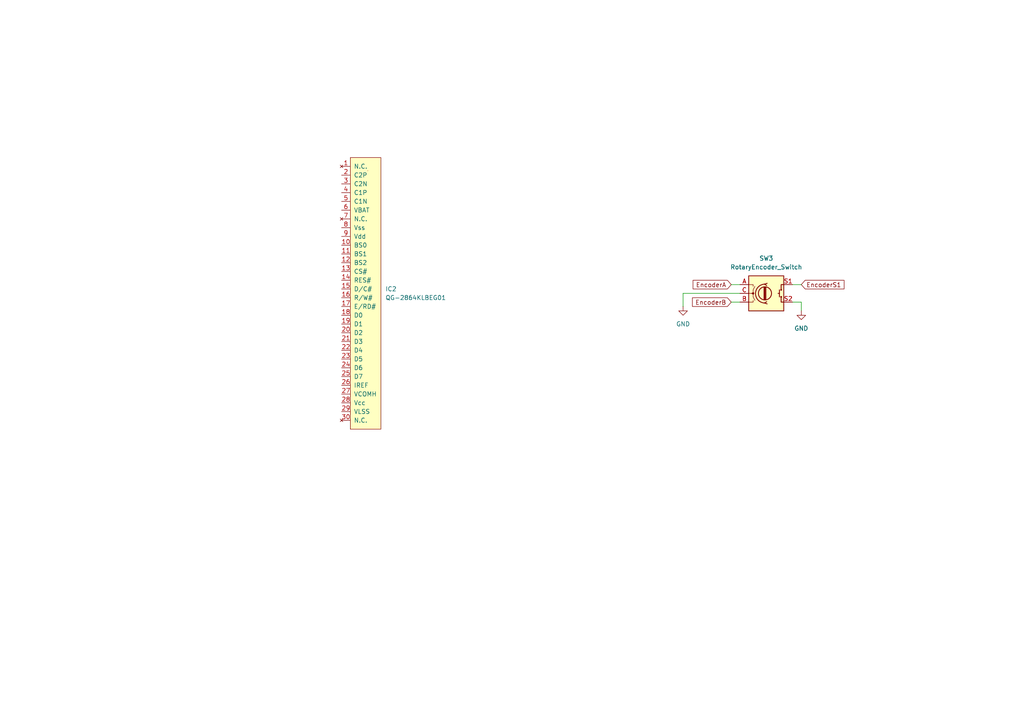
<source format=kicad_sch>
(kicad_sch (version 20231120) (generator "eeschema") (generator_version "8.0")
  (paper "A4")
  (lib_symbols
    (symbol "Device:RotaryEncoder_Switch" (pin_names (offset 0.254) hide)
      (property "Reference" "SW" (at 0 6.604 0))
      (property "Value" "RotaryEncoder_Switch" (at 0 -6.604 0))
      (symbol "RotaryEncoder_Switch_0_1"
        (rectangle (start -5.08 5.08) (end 5.08 -5.08) (stroke (width 0.254)) (fill (type background)))
        (circle (center -3.81 0) (radius 0.254) (fill (type outline)))
        (circle (center -0.381 0) (radius 1.905) (stroke (width 0.254)))
        (arc (start -0.381 2.667) (mid -3.0988 -0.0635) (end -0.381 -2.794) (stroke (width 0.254)))
        (polyline (pts (xy -0.635 -1.778) (xy -0.635 1.778)) (stroke (width 0.254)))
        (polyline (pts (xy -0.381 -1.778) (xy -0.381 1.778)) (stroke (width 0.254)))
        (polyline (pts (xy -0.127 1.778) (xy -0.127 -1.778)) (stroke (width 0.254)))
        (polyline (pts (xy 3.81 0) (xy 3.429 0)) (stroke (width 0.254)))
        (polyline (pts (xy 3.81 1.016) (xy 3.81 -1.016)) (stroke (width 0.254)))
        (polyline (pts (xy -5.08 -2.54) (xy -3.81 -2.54) (xy -3.81 -2.032)))
        (polyline (pts (xy -5.08 2.54) (xy -3.81 2.54) (xy -3.81 2.032)))
        (polyline (pts (xy 0.254 -3.048) (xy -0.508 -2.794) (xy 0.127 -2.413)) (stroke (width 0.254)))
        (polyline (pts (xy 0.254 2.921) (xy -0.508 2.667) (xy 0.127 2.286)) (stroke (width 0.254)))
        (polyline (pts (xy 5.08 -2.54) (xy 4.318 -2.54) (xy 4.318 -1.016)) (stroke (width 0.254)))
        (polyline (pts (xy 5.08 2.54) (xy 4.318 2.54) (xy 4.318 1.016)) (stroke (width 0.254)))
        (polyline (pts (xy -5.08 0) (xy -3.81 0) (xy -3.81 -1.016) (xy -3.302 -2.032)))
        (polyline (pts (xy -4.318 0) (xy -3.81 0) (xy -3.81 1.016) (xy -3.302 2.032)))
        (circle (center 4.318 -1.016) (radius 0.127) (stroke (width 0.254)))
        (circle (center 4.318 1.016) (radius 0.127) (stroke (width 0.254)))
      )
      (symbol "RotaryEncoder_Switch_1_1"
        (pin passive line (at -7.62 2.54 0) (length 2.54) (name "A") (number "A"))
        (pin passive line (at -7.62 -2.54 0) (length 2.54) (name "B") (number "B"))
        (pin passive line (at -7.62 0 0) (length 2.54) (name "C") (number "C"))
        (pin passive line (at 7.62 2.54 180) (length 2.54) (name "S1") (number "S1"))
        (pin passive line (at 7.62 -2.54 180) (length 2.54) (name "S2") (number "S2"))
      )
    )
    (symbol "Techbeard:QG-2864KLBEG01" (pin_names (offset 1.016))
      (property "Reference" "IC" (at -3.81 39.37 0))
      (property "Value" "QG-2864KLBEG01" (at 19.05 35.56 0))
      (symbol "QG-2864KLBEG01_0_0"
        (pin bidirectional line (at -7.62 12.7 0) (length 2.54) (name "BS0") (number "10"))
        (pin bidirectional line (at -7.62 10.16 0) (length 2.54) (name "BS1") (number "11"))
        (pin bidirectional line (at -7.62 7.62 0) (length 2.54) (name "BS2") (number "12"))
        (pin input line (at -7.62 5.08 0) (length 2.54) (name "CS#") (number "13"))
        (pin input line (at -7.62 2.54 0) (length 2.54) (name "RES#") (number "14"))
        (pin input line (at -7.62 0 0) (length 2.54) (name "D/C#") (number "15"))
        (pin input line (at -7.62 -2.54 0) (length 2.54) (name "R/W#") (number "16"))
        (pin input line (at -7.62 -5.08 0) (length 2.54) (name "E/RD#") (number "17"))
        (pin input line (at -7.62 -7.62 0) (length 2.54) (name "D0") (number "18"))
        (pin input line (at -7.62 -10.16 0) (length 2.54) (name "D1") (number "19"))
        (pin passive line (at -7.62 33.02 0) (length 2.54) (name "C2P") (number "2"))
        (pin input line (at -7.62 -12.7 0) (length 2.54) (name "D2") (number "20"))
        (pin input line (at -7.62 -15.24 0) (length 2.54) (name "D3") (number "21"))
        (pin input line (at -7.62 -17.78 0) (length 2.54) (name "D4") (number "22"))
        (pin input line (at -7.62 -20.32 0) (length 2.54) (name "D5") (number "23"))
        (pin input line (at -7.62 -22.86 0) (length 2.54) (name "D6") (number "24"))
        (pin input line (at -7.62 -25.4 0) (length 2.54) (name "D7") (number "25"))
        (pin input line (at -7.62 -27.94 0) (length 2.54) (name "IREF") (number "26"))
        (pin input line (at -7.62 -30.48 0) (length 2.54) (name "VCOMH") (number "27"))
        (pin power_in line (at -7.62 -33.02 0) (length 2.54) (name "Vcc") (number "28"))
        (pin input line (at -7.62 -35.56 0) (length 2.54) (name "VLSS") (number "29"))
        (pin passive line (at -7.62 30.48 0) (length 2.54) (name "C2N") (number "3"))
        (pin no_connect line (at -7.62 -38.1 0) (length 2.54) (name "N.C.") (number "30"))
        (pin passive line (at -7.62 27.94 0) (length 2.54) (name "C1P") (number "4"))
        (pin passive line (at -7.62 25.4 0) (length 2.54) (name "C1N") (number "5"))
        (pin power_in line (at -7.62 22.86 0) (length 2.54) (name "VBAT") (number "6"))
        (pin no_connect line (at -7.62 20.32 0) (length 2.54) (name "N.C.") (number "7"))
        (pin power_in line (at -7.62 17.78 0) (length 2.54) (name "Vss") (number "8"))
        (pin power_in line (at -7.62 15.24 0) (length 2.54) (name "Vdd") (number "9"))
      )
      (symbol "QG-2864KLBEG01_0_1"
        (rectangle (start -5.08 38.1) (end 3.81 -40.64) (fill (type background)))
        (rectangle (start 0 34.29) (end 0 34.29))
      )
      (symbol "QG-2864KLBEG01_1_1"
        (pin no_connect line (at -7.62 35.56 0) (length 2.54) (name "N.C.") (number "1"))
      )
    )
    (symbol "power:GND" (power) (pin_numbers hide) (pin_names (offset 0) hide)
      (property "Value" "GND" (at 0 -3.81 0))
      (symbol "GND_0_1"
        (polyline (pts (xy 0 0) (xy 0 -1.27) (xy 1.27 -1.27) (xy 0 -2.54) (xy -1.27 -1.27) (xy 0 -1.27)))
      )
      (symbol "GND_1_1"
        (pin power_in line (at 0 0 270) (length 0) (name "~") (number "1"))
      )
    )
  )
  (wire (pts (xy 214.63 85.09) (xy 198.12 85.09)))
  (wire (pts (xy 198.12 85.09) (xy 198.12 88.9)))
  (wire (pts (xy 212.09 82.55) (xy 214.63 82.55)))
  (wire (pts (xy 232.41 87.63) (xy 232.41 90.17)))
  (wire (pts (xy 229.87 87.63) (xy 232.41 87.63)))
  (wire (pts (xy 212.09 87.63) (xy 214.63 87.63)))
  (wire (pts (xy 229.87 82.55) (xy 232.41 82.55)))
  (global_label "EncoderS1" (shape input) (at 232.41 82.55 0) (property "Intersheetrefs" "${INTERSHEET_REFS}" (effects (hide yes))))
  (global_label "EncoderB" (shape input) (at 212.09 87.63 180) (property "Intersheetrefs" "${INTERSHEET_REFS}" (effects (hide yes))))
  (global_label "EncoderA" (shape input) (at 212.09 82.55 180) (property "Intersheetrefs" "${INTERSHEET_REFS}" (effects (hide yes))))
  (symbol (lib_id "Techbeard:QG-2864KLBEG01") (at 106.68 83.82 0) (unit 1)
    (property "Reference" "IC2" (at 111.76 83.8199 0) (effects (justify left)))
    (property "Value" "QG-2864KLBEG01" (at 111.76 86.3599 0) (effects (justify left)))
  )
  (symbol (lib_id "power:GND") (at 198.12 88.9 0) (unit 1)
    (property "Reference" "#PWR062" (effects (hide yes)))
    (property "Value" "GND" (at 198.12 93.98 0))
    (property "Description" "Power symbol creates a global label with name \"GND\" , ground" (effects (hide yes)))
  )
  (symbol (lib_id "Device:RotaryEncoder_Switch") (at 222.25 85.09 0) (unit 1)
    (property "Reference" "SW3" (at 222.25 74.93 0))
    (property "Value" "RotaryEncoder_Switch" (at 222.25 77.47 0))
    (property "Footprint" "Techbeard:STEC11B09" (effects (hide yes)))
    (property "Description" "Rotary encoder, dual channel, incremental quadrate outputs, with switch" (effects (hide yes)))
  )
  (symbol (lib_id "power:GND") (at 232.41 90.17 0) (unit 1)
    (property "Reference" "#PWR063" (effects (hide yes)))
    (property "Value" "GND" (at 232.41 95.25 0))
    (property "Description" "Power symbol creates a global label with name \"GND\" , ground" (effects (hide yes)))
  )
)
</source>
